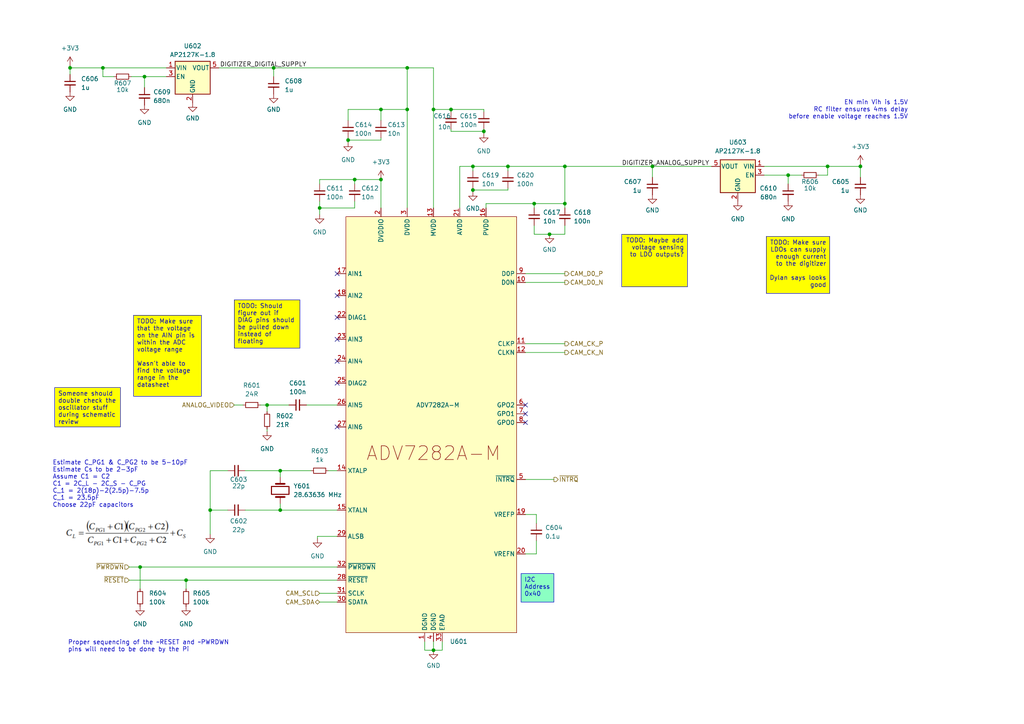
<source format=kicad_sch>
(kicad_sch (version 20230121) (generator eeschema)
  (paper "A4")
  (title_block (title "Video Digitizer"))
  (lib_symbols
    (symbol "Device:C_Small" (pin_numbers hide) (pin_names (offset 0.254) hide)
      (property "Reference" "C" (at 0.254 1.778 0))
      (property "Value" "C_Small" (at 0.254 -2.032 0))
      (symbol "C_Small_0_1"
        (polyline (pts (xy -1.524 -0.508) (xy 1.524 -0.508)) (stroke (width 0.3302)))
        (polyline (pts (xy -1.524 0.508) (xy 1.524 0.508)) (stroke (width 0.3048)))
      )
      (symbol "C_Small_1_1"
        (pin passive line (at 0 2.54 270) (length 2.032) (name "~") (number "1"))
        (pin passive line (at 0 -2.54 90) (length 2.032) (name "~") (number "2"))
      )
    )
    (symbol "Device:Crystal" (pin_numbers hide) (pin_names (offset 1.016) hide)
      (property "Reference" "Y" (at 0 3.81 0))
      (property "Value" "Crystal" (at 0 -3.81 0))
      (symbol "Crystal_0_1"
        (rectangle (start -1.143 2.54) (end 1.143 -2.54) (stroke (width 0.3048)))
        (polyline (pts (xy -2.54 0) (xy -1.905 0)))
        (polyline (pts (xy -1.905 -1.27) (xy -1.905 1.27)) (stroke (width 0.508)))
        (polyline (pts (xy 1.905 -1.27) (xy 1.905 1.27)) (stroke (width 0.508)))
        (polyline (pts (xy 2.54 0) (xy 1.905 0)))
      )
      (symbol "Crystal_1_1"
        (pin passive line (at -3.81 0 0) (length 1.27) (name "1") (number "1"))
        (pin passive line (at 3.81 0 180) (length 1.27) (name "2") (number "2"))
      )
    )
    (symbol "Device:R_Small" (pin_numbers hide) (pin_names (offset 0.254) hide)
      (property "Reference" "R" (at 0.762 0.508 0))
      (property "Value" "R_Small" (at 0.762 -1.016 0))
      (symbol "R_Small_0_1"
        (rectangle (start -0.762 1.778) (end 0.762 -1.778) (stroke (width 0.2032)))
      )
      (symbol "R_Small_1_1"
        (pin passive line (at 0 2.54 270) (length 0.762) (name "~") (number "1"))
        (pin passive line (at 0 -2.54 90) (length 0.762) (name "~") (number "2"))
      )
    )
    (symbol "Regulator_Linear:AP2127K-1.8" (pin_names (offset 0.254))
      (property "Reference" "U" (at -5.08 5.715 0))
      (property "Value" "AP2127K-1.8" (at 0 5.715 0))
      (symbol "AP2127K-1.8_0_1"
        (rectangle (start -5.08 4.445) (end 5.08 -5.08) (stroke (width 0.254)) (fill (type background)))
      )
      (symbol "AP2127K-1.8_1_1"
        (pin power_in line (at -7.62 2.54 0) (length 2.54) (name "VIN") (number "1"))
        (pin power_in line (at 0 -7.62 90) (length 2.54) (name "GND") (number "2"))
        (pin input line (at -7.62 0 0) (length 2.54) (name "EN") (number "3"))
        (pin no_connect line (at 5.08 0 180) (length 2.54) hide (name "NC") (number "4"))
        (pin power_out line (at 7.62 2.54 180) (length 2.54) (name "VOUT") (number "5"))
      )
    )
    (symbol "capstone:ADV7282A-M"
      (property "Reference" "U" (at 11.43 -69.85 0))
      (symbol "ADV7282A-M_1_1"
        (rectangle (start -25.4 52.07) (end 24.13 -68.58) (fill (type background)))
        (text "ADV7282A-M" (at 0 -16.51 0) (effects (font (size 4 4))))
        (pin power_out line (at -2.54 -71.12 90) (length 2.54) (name "DGND") (number "1"))
        (pin power_in line (at 26.67 33.02 180) (length 2.54) (name "D0N") (number "10"))
        (pin power_in line (at 26.67 15.24 180) (length 2.54) (name "CLKP") (number "11"))
        (pin power_in line (at 26.67 12.7 180) (length 2.54) (name "CLKN") (number "12"))
        (pin power_in line (at 0 54.61 270) (length 2.54) (name "MVDD") (number "13"))
        (pin power_in line (at -27.94 -21.59 0) (length 2.54) (name "XTALP") (number "14"))
        (pin power_in line (at -27.94 -33.02 0) (length 2.54) (name "XTALN") (number "15"))
        (pin power_in line (at 15.24 54.61 270) (length 2.54) (name "PVDD") (number "16"))
        (pin power_in line (at -27.94 35.56 0) (length 2.54) (name "AIN1") (number "17"))
        (pin power_in line (at -27.94 29.21 0) (length 2.54) (name "AIN2") (number "18"))
        (pin power_in line (at 26.67 -34.29 180) (length 2.54) (name "VREFP") (number "19"))
        (pin power_in line (at -15.24 54.61 270) (length 2.54) (name "DVDDIO") (number "2"))
        (pin power_in line (at 26.67 -45.72 180) (length 2.54) (name "VREFN") (number "20"))
        (pin power_in line (at 7.62 54.61 270) (length 2.54) (name "AVDD") (number "21"))
        (pin power_in line (at -27.94 22.86 0) (length 2.54) (name "DIAG1") (number "22"))
        (pin power_in line (at -27.94 16.51 0) (length 2.54) (name "AIN3") (number "23"))
        (pin power_in line (at -27.94 10.16 0) (length 2.54) (name "AIN4") (number "24"))
        (pin power_in line (at -27.94 3.81 0) (length 2.54) (name "DIAG2") (number "25"))
        (pin power_in line (at -27.94 -2.54 0) (length 2.54) (name "AIN5") (number "26"))
        (pin power_in line (at -27.94 -8.89 0) (length 2.54) (name "AIN6") (number "27"))
        (pin power_in line (at -27.94 -53.34 0) (length 2.54) (name "~{RESET}") (number "28"))
        (pin power_in line (at -27.94 -40.64 0) (length 2.54) (name "ALSB") (number "29"))
        (pin power_in line (at -7.62 54.61 270) (length 2.54) (name "DVDD") (number "3"))
        (pin power_in line (at -27.94 -59.69 0) (length 2.54) (name "SDATA") (number "30"))
        (pin power_in line (at -27.94 -57.15 0) (length 2.54) (name "SCLK") (number "31"))
        (pin power_in line (at -27.94 -49.53 0) (length 2.54) (name "~{PWRDWN}") (number "32"))
        (pin power_out line (at 2.54 -71.12 90) (length 2.54) (name "EPAD") (number "33"))
        (pin power_out line (at 0 -71.12 90) (length 2.54) (name "DGND") (number "4"))
        (pin power_in line (at 26.67 -24.13 180) (length 2.54) (name "~{INTRQ}") (number "5"))
        (pin power_in line (at 26.67 -2.54 180) (length 2.54) (name "GPO2") (number "6"))
        (pin power_in line (at 26.67 -5.08 180) (length 2.54) (name "GPO1") (number "7"))
        (pin power_in line (at 26.67 -7.62 180) (length 2.54) (name "GPO0") (number "8"))
        (pin power_in line (at 26.67 35.56 180) (length 2.54) (name "D0P") (number "9"))
      )
    )
    (symbol "power:+3V3" (power) (pin_names (offset 0))
      (property "Value" "+3V3" (at 0 3.556 0))
      (symbol "+3V3_0_1"
        (polyline (pts (xy -0.762 1.27) (xy 0 2.54)))
        (polyline (pts (xy 0 0) (xy 0 2.54)))
        (polyline (pts (xy 0 2.54) (xy 0.762 1.27)))
      )
      (symbol "+3V3_1_1"
        (pin power_in line (at 0 0 90) (length 0) hide (name "+3V3") (number "1"))
      )
    )
    (symbol "power:GND" (power) (pin_names (offset 0))
      (property "Value" "GND" (at 0 -3.81 0))
      (symbol "GND_0_1"
        (polyline (pts (xy 0 0) (xy 0 -1.27) (xy 1.27 -1.27) (xy 0 -2.54) (xy -1.27 -1.27) (xy 0 -1.27)))
      )
      (symbol "GND_1_1"
        (pin power_in line (at 0 0 270) (length 0) hide (name "GND") (number "1"))
      )
    )
  )
  (junction (at 81.28 147.955))
  (junction (at 100.965 40.64))
  (junction (at 102.87 52.07))
  (junction (at 228.6 50.8))
  (junction (at 137.16 48.26))
  (junction (at 60.96 147.955))
  (junction (at 249.555 48.26))
  (junction (at 125.73 188.595))
  (junction (at 137.16 55.118))
  (junction (at 147.32 48.26))
  (junction (at 163.83 59.055))
  (junction (at 118.11 31.75))
  (junction (at 40.64 164.465))
  (junction (at 110.49 52.07))
  (junction (at 140.335 38.1))
  (junction (at 79.375 19.685))
  (junction (at 41.91 22.225))
  (junction (at 92.71 60.325))
  (junction (at 81.28 136.525))
  (junction (at 110.49 31.75))
  (junction (at 29.845 19.685))
  (junction (at 118.11 19.685))
  (junction (at 125.73 31.75))
  (junction (at 163.83 48.26))
  (junction (at 53.975 168.275))
  (junction (at 20.32 19.685))
  (junction (at 130.81 31.75))
  (junction (at 189.23 48.26))
  (junction (at 240.03 48.26))
  (junction (at 77.47 117.475))
  (junction (at 154.94 59.055))
  (junction (at 159.385 67.945))
  (no_connect (at 152.4 122.555))
  (no_connect (at 97.79 123.825))
  (no_connect (at 97.79 104.775))
  (no_connect (at 97.79 85.725))
  (no_connect (at 97.79 92.075))
  (no_connect (at 97.79 98.425))
  (no_connect (at 152.4 117.475))
  (no_connect (at 97.79 111.125))
  (no_connect (at 97.79 79.375))
  (no_connect (at 152.4 120.015))
  (wire (pts (xy 38.1 22.225) (xy 41.91 22.225)))
  (wire (pts (xy 152.4 149.225) (xy 155.575 149.225)))
  (wire (pts (xy 154.94 65.405) (xy 154.94 67.945)))
  (wire (pts (xy 147.32 54.61) (xy 147.32 55.118)))
  (wire (pts (xy 102.87 53.34) (xy 102.87 52.07)))
  (wire (pts (xy 240.03 50.8) (xy 240.03 48.26)))
  (wire (pts (xy 92.71 174.625) (xy 97.79 174.625)))
  (wire (pts (xy 163.83 59.055) (xy 163.83 48.26)))
  (wire (pts (xy 118.11 19.685) (xy 125.73 19.685)))
  (wire (pts (xy 77.47 117.475) (xy 83.82 117.475)))
  (wire (pts (xy 163.83 65.405) (xy 163.83 67.945)))
  (wire (pts (xy 110.49 31.75) (xy 110.49 34.925)))
  (wire (pts (xy 81.28 136.525) (xy 81.28 138.43)))
  (wire (pts (xy 125.73 19.685) (xy 125.73 31.75)))
  (wire (pts (xy 155.575 160.655) (xy 152.4 160.655)))
  (wire (pts (xy 110.49 40.005) (xy 110.49 40.64)))
  (wire (pts (xy 41.91 22.225) (xy 48.26 22.225)))
  (wire (pts (xy 102.87 52.07) (xy 92.71 52.07)))
  (wire (pts (xy 155.575 149.225) (xy 155.575 151.765)))
  (wire (pts (xy 137.16 48.26) (xy 137.16 49.53)))
  (wire (pts (xy 152.4 99.695) (xy 163.83 99.695)))
  (wire (pts (xy 102.87 60.325) (xy 92.71 60.325)))
  (wire (pts (xy 154.94 59.055) (xy 154.94 60.325)))
  (wire (pts (xy 66.04 136.525) (xy 60.96 136.525)))
  (wire (pts (xy 29.845 19.685) (xy 48.26 19.685)))
  (wire (pts (xy 92.71 58.42) (xy 92.71 60.325)))
  (wire (pts (xy 163.83 79.375) (xy 152.4 79.375)))
  (wire (pts (xy 163.83 81.915) (xy 152.4 81.915)))
  (wire (pts (xy 100.965 40.64) (xy 100.965 41.275)))
  (wire (pts (xy 154.94 67.945) (xy 159.385 67.945)))
  (wire (pts (xy 130.81 37.465) (xy 130.81 38.1)))
  (wire (pts (xy 155.575 156.845) (xy 155.575 160.655)))
  (wire (pts (xy 249.555 48.26) (xy 240.03 48.26)))
  (wire (pts (xy 33.02 22.225) (xy 29.845 22.225)))
  (wire (pts (xy 147.32 48.26) (xy 163.83 48.26)))
  (wire (pts (xy 71.12 147.955) (xy 81.28 147.955)))
  (wire (pts (xy 67.945 117.475) (xy 70.485 117.475)))
  (wire (pts (xy 152.4 102.235) (xy 163.83 102.235)))
  (wire (pts (xy 249.555 48.26) (xy 249.555 51.435)))
  (wire (pts (xy 140.335 38.1) (xy 130.81 38.1)))
  (wire (pts (xy 118.11 19.685) (xy 118.11 31.75)))
  (wire (pts (xy 20.32 19.05) (xy 20.32 19.685)))
  (wire (pts (xy 102.87 58.42) (xy 102.87 60.325)))
  (wire (pts (xy 100.965 34.925) (xy 100.965 31.75)))
  (wire (pts (xy 97.79 155.575) (xy 92.075 155.575)))
  (wire (pts (xy 154.94 59.055) (xy 163.83 59.055)))
  (wire (pts (xy 92.71 172.085) (xy 97.79 172.085)))
  (wire (pts (xy 60.96 147.955) (xy 66.04 147.955)))
  (wire (pts (xy 118.11 31.75) (xy 118.11 60.325)))
  (wire (pts (xy 100.965 40.64) (xy 110.49 40.64)))
  (wire (pts (xy 95.25 136.525) (xy 97.79 136.525)))
  (wire (pts (xy 140.335 38.1) (xy 140.335 38.735)))
  (wire (pts (xy 125.73 188.595) (xy 128.27 188.595)))
  (wire (pts (xy 125.73 31.75) (xy 125.73 60.325)))
  (wire (pts (xy 40.64 164.465) (xy 97.79 164.465)))
  (wire (pts (xy 237.49 50.8) (xy 240.03 50.8)))
  (wire (pts (xy 81.28 146.05) (xy 81.28 147.955)))
  (wire (pts (xy 228.6 50.8) (xy 228.6 53.34)))
  (wire (pts (xy 75.565 117.475) (xy 77.47 117.475)))
  (wire (pts (xy 92.075 155.575) (xy 92.075 156.21)))
  (wire (pts (xy 63.5 19.685) (xy 79.375 19.685)))
  (wire (pts (xy 79.375 19.685) (xy 118.11 19.685)))
  (wire (pts (xy 41.91 22.225) (xy 41.91 25.4)))
  (wire (pts (xy 140.335 31.75) (xy 130.81 31.75)))
  (wire (pts (xy 163.83 48.26) (xy 189.23 48.26)))
  (wire (pts (xy 163.83 59.055) (xy 163.83 60.325)))
  (wire (pts (xy 133.35 48.26) (xy 137.16 48.26)))
  (wire (pts (xy 102.87 52.07) (xy 110.49 52.07)))
  (wire (pts (xy 140.335 32.385) (xy 140.335 31.75)))
  (wire (pts (xy 147.32 48.26) (xy 147.32 49.53)))
  (wire (pts (xy 147.32 55.118) (xy 137.16 55.118)))
  (wire (pts (xy 60.96 136.525) (xy 60.96 147.955)))
  (wire (pts (xy 140.97 60.325) (xy 140.97 59.055)))
  (wire (pts (xy 29.845 22.225) (xy 29.845 19.685)))
  (wire (pts (xy 189.23 48.26) (xy 189.23 51.435)))
  (wire (pts (xy 77.47 117.475) (xy 77.47 119.38)))
  (wire (pts (xy 133.35 60.325) (xy 133.35 48.26)))
  (wire (pts (xy 37.465 168.275) (xy 53.975 168.275)))
  (wire (pts (xy 123.19 188.595) (xy 125.73 188.595)))
  (wire (pts (xy 81.28 136.525) (xy 90.17 136.525)))
  (wire (pts (xy 100.965 31.75) (xy 110.49 31.75)))
  (wire (pts (xy 110.49 52.07) (xy 110.49 60.325)))
  (wire (pts (xy 206.375 48.26) (xy 189.23 48.26)))
  (wire (pts (xy 137.16 55.626) (xy 137.16 55.118)))
  (wire (pts (xy 240.03 48.26) (xy 221.615 48.26)))
  (wire (pts (xy 20.32 19.685) (xy 20.32 21.59)))
  (wire (pts (xy 40.64 164.465) (xy 40.64 170.815)))
  (wire (pts (xy 249.555 47.625) (xy 249.555 48.26)))
  (wire (pts (xy 71.12 136.525) (xy 81.28 136.525)))
  (wire (pts (xy 77.47 125.095) (xy 77.47 124.46)))
  (wire (pts (xy 140.97 59.055) (xy 154.94 59.055)))
  (wire (pts (xy 92.71 52.07) (xy 92.71 53.34)))
  (wire (pts (xy 137.16 48.26) (xy 147.32 48.26)))
  (wire (pts (xy 88.9 117.475) (xy 97.79 117.475)))
  (wire (pts (xy 130.81 31.75) (xy 130.81 32.385)))
  (wire (pts (xy 37.465 164.465) (xy 40.64 164.465)))
  (wire (pts (xy 20.32 19.685) (xy 29.845 19.685)))
  (wire (pts (xy 130.81 31.75) (xy 125.73 31.75)))
  (wire (pts (xy 232.41 50.8) (xy 228.6 50.8)))
  (wire (pts (xy 228.6 50.8) (xy 221.615 50.8)))
  (wire (pts (xy 160.655 139.065) (xy 152.4 139.065)))
  (wire (pts (xy 110.49 31.75) (xy 118.11 31.75)))
  (wire (pts (xy 53.975 168.275) (xy 53.975 170.815)))
  (wire (pts (xy 123.19 186.055) (xy 123.19 188.595)))
  (wire (pts (xy 60.96 147.955) (xy 60.96 154.94)))
  (wire (pts (xy 140.335 37.465) (xy 140.335 38.1)))
  (wire (pts (xy 137.16 55.118) (xy 137.16 54.61)))
  (wire (pts (xy 53.975 168.275) (xy 97.79 168.275)))
  (wire (pts (xy 125.73 186.055) (xy 125.73 188.595)))
  (wire (pts (xy 163.83 67.945) (xy 159.385 67.945)))
  (wire (pts (xy 100.965 40.005) (xy 100.965 40.64)))
  (wire (pts (xy 81.28 147.955) (xy 97.79 147.955)))
  (wire (pts (xy 79.375 19.685) (xy 79.375 22.225)))
  (wire (pts (xy 92.71 60.325) (xy 92.71 62.23)))
  (wire (pts (xy 128.27 186.055) (xy 128.27 188.595)))
  (image (at 36.195 154.305) (scale 1.15293))
  (text_box "TODO: Make sure LDOs can supply enough current to the digitizer\n\nDylan says looks good" (at 222.25 68.58 0) (size 18.415 16.51) (fill (type color) (color 255 255 0 1)) (effects (font (size 1.27 1.27)) (justify right top)))
  (text_box "TODO: Make sure that the voltage on the AIN pin is within the ADC voltage range\n\nWasn't able to find the voltage range in the datasheet\n\n" (at 38.735 91.44 0) (size 19.685 23.495) (fill (type color) (color 255 255 0 1)) (effects (font (size 1.27 1.27)) (justify left top)))
  (text_box "Someone should double check the oscillator stuff during schematic review\n" (at 15.875 112.395 0) (size 19.05 11.43) (fill (type color) (color 255 255 0 1)) (effects (font (size 1.27 1.27)) (justify left top)))
  (text_box "I2C Address 0x40\n" (at 151.13 166.37 0) (size 9.525 8.255) (fill (type color) (color 139 255 195 1)) (effects (font (size 1.27 1.27)) (justify left top)))
  (text_box "TODO: Maybe add voltage sensing to LDO outputs?" (at 180.34 67.945 0) (size 19.05 15.24) (fill (type color) (color 255 255 0 1)) (effects (font (size 1.27 1.27)) (justify right top)))
  (text_box "TODO: Should figure out if DIAG pins should be pulled down instead of floating\n" (at 67.945 86.995 0) (size 19.05 13.97) (fill (type color) (color 255 255 0 1)) (effects (font (size 1.27 1.27)) (justify left top)))
  (text "Estimate C_PG1 & C_PG2 to be 5-10pF\nEstimate Cs to be 2-3pF\nAssume C1 = C2\nC1 = 2C_L - 2C_S - C_PG\nC_1 = 2(18p)-2(2.5p)-7.5p\nC_1 = 23.5pF\nChoose 22pF capacitors" (at 15.24 147.32 0) (effects (font (size 1.27 1.27)) (justify left bottom)))
  (text "Proper sequencing of the ~RESET and ~PWRDWN\npins will need to be done by the Pi" (at 19.685 189.23 0) (effects (font (size 1.27 1.27)) (justify left bottom)))
  (text "EN min Vih is 1.5V\nRC filter ensures 4ms delay\nbefore enable voltage reaches 1.5V\n\n" (at 263.398 36.703 0) (effects (font (size 1.27 1.27)) (justify right bottom)))
  (label "DIGITIZER_DIGITAL_SUPPLY" (at 88.9 19.685 180))
  (label "DIGITIZER_ANALOG_SUPPLY" (at 180.34 48.26 0))
  (hierarchical_label "~{PWRDWN}" (shape input) (at 37.465 164.465 180))
  (hierarchical_label "~{RESET}" (shape input) (at 37.465 168.275 180))
  (hierarchical_label "ANALOG_VIDEO" (shape input) (at 67.945 117.475 180))
  (hierarchical_label "CAM_SDA" (shape bidirectional) (at 92.71 174.625 180))
  (hierarchical_label "CAM_CK_N" (shape output) (at 163.83 102.235 0))
  (hierarchical_label "CAM_D0_P" (shape output) (at 163.83 79.375 0))
  (hierarchical_label "CAM_CK_P" (shape output) (at 163.83 99.695 0))
  (hierarchical_label "CAM_D0_N" (shape output) (at 163.83 81.915 0))
  (hierarchical_label "CAM_SCL" (shape input) (at 92.71 172.085 180))
  (hierarchical_label "~{INTRQ}" (shape output) (at 160.655 139.065 0))
  (symbol (lib_id "power:GND") (at 213.995 58.42 0) (mirror y) (unit 1)
    (property "Reference" "#PWR0611" (effects hide))
    (property "Value" "GND" (at 213.995 63.5 0))
  )
  (symbol (lib_id "power:GND") (at 55.88 29.845 0) (unit 1)
    (property "Reference" "#PWR0610" (effects hide))
    (property "Value" "GND" (at 55.88 34.29 0))
  )
  (symbol (lib_id "power:GND") (at 249.555 56.515 0) (mirror y) (unit 1)
    (property "Reference" "#PWR0608" (effects hide))
    (property "Value" "GND" (at 249.555 60.96 0))
  )
  (symbol (lib_id "Device:R_Small") (at 92.71 136.525 90) (unit 1)
    (property "Reference" "R603" (at 92.71 130.81 90))
    (property "Value" "1k" (at 92.71 133.35 90))
  )
  (symbol (lib_id "power:+3V3") (at 110.49 52.07 0) (unit 1)
    (property "Reference" "#PWR0612" (effects hide))
    (property "Value" "+3V3" (at 110.49 46.99 0))
  )
  (symbol (lib_id "power:+3V3") (at 249.555 47.625 0) (mirror y) (unit 1)
    (property "Reference" "#PWR0607" (effects hide))
    (property "Value" "+3V3" (at 249.555 42.545 0))
  )
  (symbol (lib_id "Device:C_Small") (at 189.23 53.975 0) (mirror y) (unit 1)
    (property "Reference" "C607" (at 186.055 52.7113 0) (effects (justify left)))
    (property "Value" "1u" (at 186.055 55.2513 0) (effects (justify left)))
  )
  (symbol (lib_id "Device:R_Small") (at 53.975 173.355 0) (unit 1)
    (property "Reference" "R605" (at 55.88 172.085 0) (effects (justify left)))
    (property "Value" "100k" (at 55.88 174.625 0) (effects (justify left)))
  )
  (symbol (lib_id "Regulator_Linear:AP2127K-1.8") (at 213.995 50.8 0) (mirror y) (unit 1)
    (property "Reference" "U603" (at 213.995 41.275 0))
    (property "Value" "AP2127K-1.8" (at 213.995 43.815 0))
    (property "Footprint" "Package_TO_SOT_SMD:SOT-23-5" (effects hide))
    (property "Datasheet" "https://www.diodes.com/assets/Datasheets/AP2127.pdf" (effects hide))
  )
  (symbol (lib_id "Device:R_Small") (at 234.95 50.8 270) (mirror x) (unit 1)
    (property "Reference" "R606" (at 234.95 52.705 90))
    (property "Value" "10k" (at 234.95 54.61 90))
  )
  (symbol (lib_id "power:GND") (at 92.075 156.21 0) (unit 1)
    (property "Reference" "#PWR0605" (effects hide))
    (property "Value" "GND" (at 92.075 161.29 0))
  )
  (symbol (lib_id "Device:C_Small") (at 92.71 55.88 0) (unit 1)
    (property "Reference" "C611" (at 94.615 54.61 0) (effects (justify left)))
    (property "Value" "100n" (at 94.615 57.15 0) (effects (justify left)))
  )
  (symbol (lib_id "Regulator_Linear:AP2127K-1.8") (at 55.88 22.225 0) (unit 1)
    (property "Reference" "U602" (at 55.88 13.335 0))
    (property "Value" "AP2127K-1.8" (at 55.88 15.875 0))
    (property "Footprint" "Package_TO_SOT_SMD:SOT-23-5" (effects hide))
    (property "Datasheet" "https://www.diodes.com/assets/Datasheets/AP2127.pdf" (effects hide))
  )
  (symbol (lib_id "Device:C_Small") (at 41.91 27.94 0) (unit 1)
    (property "Reference" "C609" (at 44.45 26.6763 0) (effects (justify left)))
    (property "Value" "680n" (at 44.45 29.2163 0) (effects (justify left)))
  )
  (symbol (lib_id "Device:R_Small") (at 35.56 22.225 90) (unit 1)
    (property "Reference" "R607" (at 35.56 24.13 90))
    (property "Value" "10k" (at 35.56 26.035 90))
  )
  (symbol (lib_id "power:GND") (at 40.64 175.895 0) (unit 1)
    (property "Reference" "#PWR0614" (effects hide))
    (property "Value" "GND" (at 40.64 180.975 0))
  )
  (symbol (lib_id "Device:C_Small") (at 228.6 55.88 0) (mirror y) (unit 1)
    (property "Reference" "C610" (at 225.425 54.6163 0) (effects (justify left)))
    (property "Value" "680n" (at 225.425 57.1563 0) (effects (justify left)))
  )
  (symbol (lib_id "power:GND") (at 79.375 27.305 0) (unit 1)
    (property "Reference" "#PWR0616" (effects hide))
    (property "Value" "GND" (at 79.375 31.75 0))
  )
  (symbol (lib_id "power:GND") (at 20.32 26.67 0) (unit 1)
    (property "Reference" "#PWR0609" (effects hide))
    (property "Value" "GND" (at 20.32 31.75 0))
  )
  (symbol (lib_id "Device:R_Small") (at 73.025 117.475 90) (unit 1)
    (property "Reference" "R601" (at 73.025 111.76 90))
    (property "Value" "24R" (at 73.025 114.3 90))
  )
  (symbol (lib_id "power:GND") (at 77.47 125.095 0) (unit 1)
    (property "Reference" "#PWR0602" (effects hide))
    (property "Value" "GND" (at 77.47 130.175 0))
  )
  (symbol (lib_id "power:GND") (at 140.335 38.735 0) (mirror y) (unit 1)
    (property "Reference" "#PWR0621" (effects hide))
    (property "Value" "GND" (at 140.335 43.815 0))
  )
  (symbol (lib_id "Device:C_Small") (at 20.32 24.13 0) (unit 1)
    (property "Reference" "C606" (at 23.495 22.8663 0) (effects (justify left)))
    (property "Value" "1u" (at 23.495 25.4063 0) (effects (justify left)))
  )
  (symbol (lib_id "power:GND") (at 228.6 58.42 0) (mirror y) (unit 1)
    (property "Reference" "#PWR0617" (effects hide))
    (property "Value" "GND" (at 228.6 63.5 0))
  )
  (symbol (lib_id "power:GND") (at 60.96 154.94 0) (unit 1)
    (property "Reference" "#PWR0603" (effects hide))
    (property "Value" "GND" (at 60.96 160.02 0))
  )
  (symbol (lib_id "Device:C_Small") (at 130.81 34.925 0) (mirror y) (unit 1)
    (property "Reference" "C616" (at 130.81 33.655 0) (effects (justify left)))
    (property "Value" "10n" (at 130.81 36.83 0) (effects (justify left)))
  )
  (symbol (lib_id "Device:C_Small") (at 79.375 24.765 0) (unit 1)
    (property "Reference" "C608" (at 82.55 23.5013 0) (effects (justify left)))
    (property "Value" "1u" (at 82.55 26.0413 0) (effects (justify left)))
  )
  (symbol (lib_id "power:GND") (at 189.23 56.515 0) (mirror y) (unit 1)
    (property "Reference" "#PWR0615" (effects hide))
    (property "Value" "GND" (at 189.23 60.96 0))
  )
  (symbol (lib_id "power:GND") (at 53.975 175.895 0) (unit 1)
    (property "Reference" "#PWR0613" (effects hide))
    (property "Value" "GND" (at 53.975 180.975 0))
  )
  (symbol (lib_id "power:GND") (at 125.73 188.595 0) (unit 1)
    (property "Reference" "#PWR0601" (effects hide))
    (property "Value" "GND" (at 125.73 193.04 0))
  )
  (symbol (lib_id "Device:R_Small") (at 77.47 121.92 0) (unit 1)
    (property "Reference" "R602" (at 80.01 120.65 0) (effects (justify left)))
    (property "Value" "21R" (at 80.01 123.19 0) (effects (justify left)))
  )
  (symbol (lib_id "Device:C_Small") (at 68.58 147.955 90) (unit 1)
    (property "Reference" "C602" (at 69.215 151.13 90))
    (property "Value" "22p" (at 69.215 153.67 90))
  )
  (symbol (lib_id "power:GND") (at 92.71 62.23 0) (unit 1)
    (property "Reference" "#PWR0619" (effects hide))
    (property "Value" "GND" (at 92.71 67.31 0))
  )
  (symbol (lib_id "Device:C_Small") (at 140.335 34.925 0) (mirror y) (unit 1)
    (property "Reference" "C615" (at 138.43 33.655 0) (effects (justify left)))
    (property "Value" "100n" (at 138.43 36.195 0) (effects (justify left)))
  )
  (symbol (lib_id "power:+3V3") (at 20.32 19.05 0) (unit 1)
    (property "Reference" "#PWR0606" (effects hide))
    (property "Value" "+3V3" (at 20.32 13.97 0))
  )
  (symbol (lib_id "power:GND") (at 159.385 67.945 0) (unit 1)
    (property "Reference" "#PWR0622" (effects hide))
    (property "Value" "GND" (at 159.385 72.39 0))
  )
  (symbol (lib_id "Device:R_Small") (at 40.64 173.355 0) (unit 1)
    (property "Reference" "R604" (at 43.18 172.085 0) (effects (justify left)))
    (property "Value" "100k" (at 43.18 174.625 0) (effects (justify left)))
  )
  (symbol (lib_id "Device:C_Small") (at 137.16 52.07 0) (unit 1)
    (property "Reference" "C619" (at 139.7 50.8063 0) (effects (justify left)))
    (property "Value" "10n" (at 139.7 53.3463 0) (effects (justify left)))
  )
  (symbol (lib_id "Device:C_Small") (at 163.83 62.865 0) (unit 1)
    (property "Reference" "C618" (at 166.37 61.6013 0) (effects (justify left)))
    (property "Value" "100n" (at 166.37 64.1413 0) (effects (justify left)))
  )
  (symbol (lib_id "Device:C_Small") (at 154.94 62.865 0) (unit 1)
    (property "Reference" "C617" (at 157.48 61.6013 0) (effects (justify left)))
    (property "Value" "10n" (at 157.48 64.1413 0) (effects (justify left)))
  )
  (symbol (lib_id "power:GND") (at 41.91 30.48 0) (unit 1)
    (property "Reference" "#PWR0618" (effects hide))
    (property "Value" "GND" (at 41.91 35.56 0))
  )
  (symbol (lib_id "Device:Crystal") (at 81.28 142.24 90) (unit 1)
    (property "Reference" "Y601" (at 85.09 140.97 90) (effects (justify right)))
    (property "Value" "28.63636 MHz" (at 85.09 143.51 90) (effects (justify right)))
    (property "Part #" "ECS-286.3-18-30-JGN-TR" (effects hide))
  )
  (symbol (lib_id "Device:C_Small") (at 68.58 136.525 90) (unit 1)
    (property "Reference" "C603" (at 69.215 139.065 90))
    (property "Value" "22p" (at 69.215 140.97 90))
  )
  (symbol (lib_id "Device:C_Small") (at 100.965 37.465 0) (unit 1)
    (property "Reference" "C614" (at 102.87 36.195 0) (effects (justify left)))
    (property "Value" "100n" (at 102.87 38.735 0) (effects (justify left)))
  )
  (symbol (lib_id "Device:C_Small") (at 86.36 117.475 90) (unit 1)
    (property "Reference" "C601" (at 86.36 111.125 90))
    (property "Value" "100n" (at 86.36 113.665 90))
  )
  (symbol (lib_id "Device:C_Small") (at 147.32 52.07 0) (unit 1)
    (property "Reference" "C620" (at 149.86 50.8063 0) (effects (justify left)))
    (property "Value" "100n" (at 149.86 53.3463 0) (effects (justify left)))
  )
  (symbol (lib_id "Device:C_Small") (at 110.49 37.465 0) (unit 1)
    (property "Reference" "C613" (at 112.395 36.195 0) (effects (justify left)))
    (property "Value" "10n" (at 112.395 38.735 0) (effects (justify left)))
  )
  (symbol (lib_id "power:GND") (at 137.16 55.626 0) (unit 1)
    (property "Reference" "#PWR0623" (effects hide))
    (property "Value" "GND" (at 137.16 60.452 0))
  )
  (symbol (lib_id "Device:C_Small") (at 102.87 55.88 0) (unit 1)
    (property "Reference" "C612" (at 104.775 54.61 0) (effects (justify left)))
    (property "Value" "10n" (at 104.775 57.15 0) (effects (justify left)))
  )
  (symbol (lib_id "Device:C_Small") (at 155.575 154.305 0) (unit 1)
    (property "Reference" "C604" (at 158.115 153.0413 0) (effects (justify left)))
    (property "Value" "0.1u" (at 158.115 155.5813 0) (effects (justify left)))
  )
  (symbol (lib_id "capstone:ADV7282A-M") (at 125.73 114.935 0) (unit 1)
    (property "Reference" "U601" (at 130.4641 186.055 0) (effects (justify left)))
    (property "Value" "ADV7282A-M" (at 127 117.475 0))
    (property "Datasheet" "https://www.analog.com/media/en/technical-documentation/data-sheets/adv7282a.pdf" (effects hide))
  )
  (symbol (lib_id "Device:C_Small") (at 249.555 53.975 0) (mirror y) (unit 1)
    (property "Reference" "C605" (at 246.38 52.7113 0) (effects (justify left)))
    (property "Value" "1u" (at 246.38 55.2513 0) (effects (justify left)))
  )
  (symbol (lib_id "power:GND") (at 100.965 41.275 0) (unit 1)
    (property "Reference" "#PWR0620" (effects hide))
    (property "Value" "GND" (at 100.965 46.355 0))
  )
)
</source>
